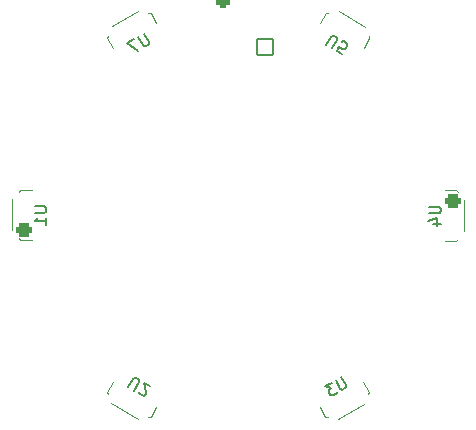
<source format=gbo>
%TF.GenerationSoftware,KiCad,Pcbnew,(6.0.5)*%
%TF.CreationDate,2022-06-17T15:31:11-04:00*%
%TF.ProjectId,Hall_ring,48616c6c-5f72-4696-9e67-2e6b69636164,0*%
%TF.SameCoordinates,Original*%
%TF.FileFunction,Legend,Bot*%
%TF.FilePolarity,Positive*%
%FSLAX46Y46*%
G04 Gerber Fmt 4.6, Leading zero omitted, Abs format (unit mm)*
G04 Created by KiCad (PCBNEW (6.0.5)) date 2022-06-17 15:31:11*
%MOMM*%
%LPD*%
G01*
G04 APERTURE LIST*
G04 Aperture macros list*
%AMRoundRect*
0 Rectangle with rounded corners*
0 $1 Rounding radius*
0 $2 $3 $4 $5 $6 $7 $8 $9 X,Y pos of 4 corners*
0 Add a 4 corners polygon primitive as box body*
4,1,4,$2,$3,$4,$5,$6,$7,$8,$9,$2,$3,0*
0 Add four circle primitives for the rounded corners*
1,1,$1+$1,$2,$3*
1,1,$1+$1,$4,$5*
1,1,$1+$1,$6,$7*
1,1,$1+$1,$8,$9*
0 Add four rect primitives between the rounded corners*
20,1,$1+$1,$2,$3,$4,$5,0*
20,1,$1+$1,$4,$5,$6,$7,0*
20,1,$1+$1,$6,$7,$8,$9,0*
20,1,$1+$1,$8,$9,$2,$3,0*%
%AMHorizOval*
0 Thick line with rounded ends*
0 $1 width*
0 $2 $3 position (X,Y) of the first rounded end (center of the circle)*
0 $4 $5 position (X,Y) of the second rounded end (center of the circle)*
0 Add line between two ends*
20,1,$1,$2,$3,$4,$5,0*
0 Add two circle primitives to create the rounded ends*
1,1,$1,$2,$3*
1,1,$1,$4,$5*%
G04 Aperture macros list end*
%ADD10C,0.150000*%
%ADD11C,0.120000*%
%ADD12RoundRect,0.050000X-0.675000X0.675000X-0.675000X-0.675000X0.675000X-0.675000X0.675000X0.675000X0*%
%ADD13O,1.450000X1.450000*%
%ADD14RoundRect,0.299900X-0.275100X-0.400100X0.275100X-0.400100X0.275100X0.400100X-0.275100X0.400100X0*%
%ADD15O,1.150000X1.400000*%
%ADD16C,0.990000*%
%ADD17C,1.348000*%
%ADD18RoundRect,0.299900X0.438294X0.208947X-0.038194X0.484047X-0.438294X-0.208947X0.038194X-0.484047X0*%
%ADD19HorizOval,1.150000X0.062500X0.108253X-0.062500X-0.108253X0*%
%ADD20RoundRect,0.299900X-0.400100X0.275100X-0.400100X-0.275100X0.400100X-0.275100X0.400100X0.275100X0*%
%ADD21O,1.400000X1.150000*%
%ADD22RoundRect,0.299900X0.400100X-0.275100X0.400100X0.275100X-0.400100X0.275100X-0.400100X-0.275100X0*%
%ADD23RoundRect,0.299900X-0.438294X-0.208947X0.038194X-0.484047X0.438294X0.208947X-0.038194X0.484047X0*%
%ADD24HorizOval,1.150000X-0.062500X-0.108253X0.062500X0.108253X0*%
%ADD25RoundRect,0.299900X-0.038194X-0.484047X0.438294X-0.208947X0.038194X0.484047X-0.438294X0.208947X0*%
%ADD26HorizOval,1.150000X-0.062500X0.108253X0.062500X-0.108253X0*%
%ADD27RoundRect,0.299900X0.038194X0.484047X-0.438294X0.208947X-0.038194X-0.484047X0.438294X-0.208947X0*%
G04 APERTURE END LIST*
D10*
%TO.C,U2*%
X117691361Y-144127562D02*
X118096123Y-143426494D01*
X118184981Y-143367825D01*
X118250030Y-143350395D01*
X118356318Y-143356775D01*
X118521276Y-143452013D01*
X118579945Y-143540871D01*
X118597374Y-143605920D01*
X118590995Y-143712208D01*
X118186233Y-144413276D01*
X118605006Y-144545084D02*
X118622435Y-144610132D01*
X118681104Y-144698991D01*
X118887301Y-144818038D01*
X118993589Y-144824418D01*
X119058638Y-144806988D01*
X119147496Y-144748319D01*
X119195115Y-144665841D01*
X119225305Y-144518313D01*
X119016147Y-143737727D01*
X119552258Y-144047251D01*
%TO.C,U4*%
X143152380Y-128828095D02*
X143961904Y-128828095D01*
X144057142Y-128875714D01*
X144104761Y-128923333D01*
X144152380Y-129018571D01*
X144152380Y-129209047D01*
X144104761Y-129304285D01*
X144057142Y-129351904D01*
X143961904Y-129399523D01*
X143152380Y-129399523D01*
X143485714Y-130304285D02*
X144152380Y-130304285D01*
X143104761Y-130066190D02*
X143819047Y-129828095D01*
X143819047Y-130447142D01*
%TO.C,U1*%
X109752380Y-128778095D02*
X110561904Y-128778095D01*
X110657142Y-128825714D01*
X110704761Y-128873333D01*
X110752380Y-128968571D01*
X110752380Y-129159047D01*
X110704761Y-129254285D01*
X110657142Y-129301904D01*
X110561904Y-129349523D01*
X109752380Y-129349523D01*
X110752380Y-130349523D02*
X110752380Y-129778095D01*
X110752380Y-130063809D02*
X109752380Y-130063809D01*
X109895238Y-129968571D01*
X109990476Y-129873333D01*
X110038095Y-129778095D01*
%TO.C,U5*%
X134441361Y-115139036D02*
X134846123Y-114437968D01*
X134934981Y-114379299D01*
X135000030Y-114361869D01*
X135106318Y-114368249D01*
X135271276Y-114463487D01*
X135329945Y-114552345D01*
X135347374Y-114617394D01*
X135340995Y-114723682D01*
X134936233Y-115424750D01*
X135761019Y-115900941D02*
X135348626Y-115662846D01*
X135545482Y-115226643D01*
X135562912Y-115291692D01*
X135621581Y-115380550D01*
X135827777Y-115499598D01*
X135934065Y-115505978D01*
X135999114Y-115488548D01*
X136087972Y-115429879D01*
X136207020Y-115223682D01*
X136213400Y-115117394D01*
X136195970Y-115052345D01*
X136137301Y-114963487D01*
X135931104Y-114844439D01*
X135824816Y-114838060D01*
X135759767Y-114855489D01*
%TO.C,U7*%
X119011019Y-114190532D02*
X119415781Y-114891600D01*
X119422161Y-114997888D01*
X119404731Y-115062937D01*
X119346062Y-115151796D01*
X119181104Y-115247034D01*
X119074816Y-115253413D01*
X119009767Y-115235984D01*
X118920909Y-115177315D01*
X118516147Y-114476246D01*
X118186233Y-114666723D02*
X117608882Y-115000056D01*
X118480036Y-115651796D01*
%TO.C,U3*%
X135736019Y-143254795D02*
X136140781Y-143955863D01*
X136147161Y-144062151D01*
X136129731Y-144127200D01*
X136071062Y-144216059D01*
X135906104Y-144311297D01*
X135799816Y-144317676D01*
X135734767Y-144300247D01*
X135645909Y-144241578D01*
X135241147Y-143540509D01*
X134911233Y-143730986D02*
X134375122Y-144040509D01*
X134854273Y-144203757D01*
X134730555Y-144275186D01*
X134671886Y-144364044D01*
X134654456Y-144429093D01*
X134660836Y-144535381D01*
X134779884Y-144741578D01*
X134868742Y-144800247D01*
X134933791Y-144817676D01*
X135040079Y-144811297D01*
X135287515Y-144668440D01*
X135346184Y-144579581D01*
X135363614Y-144514532D01*
D11*
%TO.C,U2*%
X118508512Y-146796025D02*
X116256846Y-145496025D01*
X119389730Y-146669711D02*
X119594634Y-146614808D01*
X115968930Y-144694711D02*
X115914026Y-144489808D01*
X119594634Y-146614808D02*
X120069634Y-145792083D01*
X116389026Y-143667083D02*
X115914026Y-144489808D01*
%TO.C,U4*%
X145600000Y-127610000D02*
X145450000Y-127460000D01*
X146150000Y-128310000D02*
X146150000Y-130910000D01*
X144500000Y-131710000D02*
X145450000Y-131710000D01*
X145450000Y-127460000D02*
X144500000Y-127460000D01*
X145600000Y-131560000D02*
X145450000Y-131710000D01*
%TO.C,U1*%
X108400000Y-127570000D02*
X108550000Y-127420000D01*
X108400000Y-131520000D02*
X108550000Y-131670000D01*
X109500000Y-127420000D02*
X108550000Y-127420000D01*
X107850000Y-130820000D02*
X107850000Y-128220000D01*
X108550000Y-131670000D02*
X109500000Y-131670000D01*
%TO.C,U5*%
X134405366Y-112465192D02*
X133930366Y-113287917D01*
X138031070Y-114385289D02*
X138085974Y-114590192D01*
X134610270Y-112410289D02*
X134405366Y-112465192D01*
X137610974Y-115412917D02*
X138085974Y-114590192D01*
X135491488Y-112283975D02*
X137743154Y-113583975D01*
%TO.C,U7*%
X119381070Y-112415289D02*
X119585974Y-112470192D01*
X116291488Y-113563975D02*
X118543154Y-112263975D01*
X120060974Y-113292917D02*
X119585974Y-112470192D01*
X115905366Y-114595192D02*
X116380366Y-115417917D01*
X115960270Y-114390289D02*
X115905366Y-114595192D01*
%TO.C,U3*%
X138044634Y-144484808D02*
X137569634Y-143662083D01*
X137658512Y-145516025D02*
X135406846Y-146816025D01*
X137989730Y-144689711D02*
X138044634Y-144484808D01*
X133889026Y-145787083D02*
X134364026Y-146609808D01*
X134568930Y-146664711D02*
X134364026Y-146609808D01*
%TD*%
%LPC*%
D12*
%TO.C,D1*%
X129250000Y-115290000D03*
D13*
X127250000Y-115290000D03*
X125250000Y-115290000D03*
%TD*%
D14*
%TO.C,U6*%
X125704600Y-111340000D03*
D15*
X126974600Y-111340000D03*
X128244600Y-111340000D03*
%TD*%
D16*
%TO.C,J1*%
X132250000Y-139390000D03*
X121750000Y-139390000D03*
D17*
X130750000Y-142040000D03*
X123250000Y-142040000D03*
%TD*%
D18*
%TO.C,U2*%
X118999852Y-145925000D03*
D19*
X117900000Y-145290000D03*
X116800147Y-144655000D03*
%TD*%
D20*
%TO.C,U4*%
X145150000Y-128320000D03*
D21*
X145150000Y-129590000D03*
X145150000Y-130860000D03*
%TD*%
D22*
%TO.C,U1*%
X108850000Y-130810000D03*
D21*
X108850000Y-129540000D03*
X108850000Y-128270000D03*
%TD*%
D23*
%TO.C,U5*%
X135000148Y-113155000D03*
D24*
X136100000Y-113790000D03*
X137199853Y-114425000D03*
%TD*%
D25*
%TO.C,U7*%
X116800148Y-114425000D03*
D26*
X117900000Y-113790000D03*
X118999853Y-113155000D03*
%TD*%
D27*
%TO.C,U3*%
X137149852Y-144655000D03*
D26*
X136050000Y-145290000D03*
X134950147Y-145925000D03*
%TD*%
M02*

</source>
